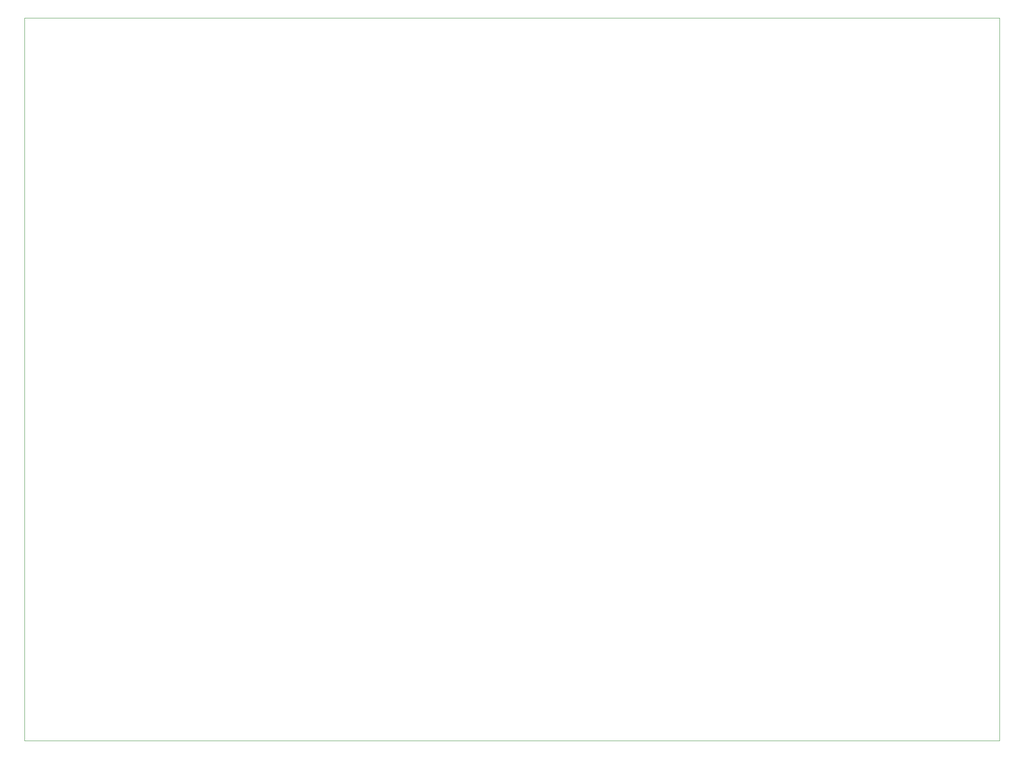
<source format=gbr>
%TF.GenerationSoftware,KiCad,Pcbnew,6.0.2+dfsg-1*%
%TF.CreationDate,2023-05-30T20:03:52-04:00*%
%TF.ProjectId,nabu_pizero_adapter,6e616275-5f70-4697-9a65-726f5f616461,1.0*%
%TF.SameCoordinates,Original*%
%TF.FileFunction,Profile,NP*%
%FSLAX46Y46*%
G04 Gerber Fmt 4.6, Leading zero omitted, Abs format (unit mm)*
G04 Created by KiCad (PCBNEW 6.0.2+dfsg-1) date 2023-05-30 20:03:52*
%MOMM*%
%LPD*%
G01*
G04 APERTURE LIST*
%TA.AperFunction,Profile*%
%ADD10C,0.100000*%
%TD*%
G04 APERTURE END LIST*
D10*
X52000000Y-180000000D02*
X52000000Y-30000000D01*
X254250000Y-30000000D02*
X254250000Y-180000000D01*
X52000000Y-30000000D02*
X254250000Y-30000000D01*
X52000000Y-180000000D02*
X254250000Y-180000000D01*
M02*

</source>
